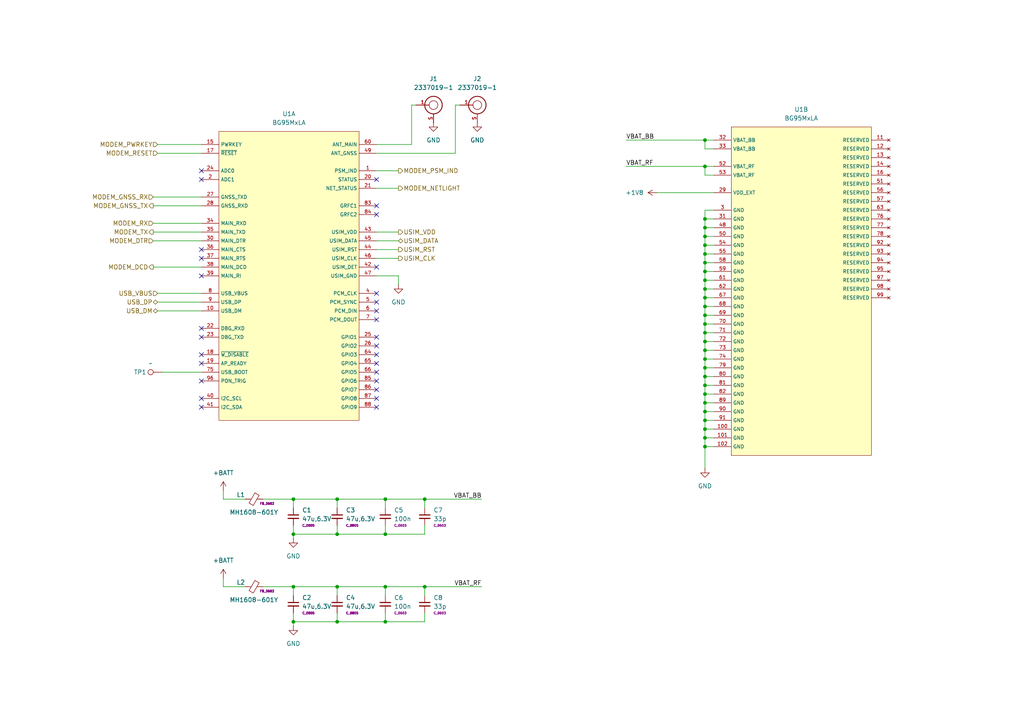
<source format=kicad_sch>
(kicad_sch (version 20250114) (generator "eeschema") (generator_version "9.0")
  (paper "A4")
  (title_block (title "Winglet BG95") (date "2025-06-03") (rev "v1.1") (company "TL Embedded"))
  (lib_symbols
    (symbol "+1V8_1" (power) (pin_numbers (hide yes)) (pin_names (offset 0) (hide yes))
      (property "Value" "+1V8" (at 0 3.556 0))
      (symbol "+1V8_1_0_1"
        (polyline (pts (xy -0.762 1.27) (xy 0 2.54)))
        (polyline (pts (xy 0 2.54) (xy 0.762 1.27)))
        (polyline (pts (xy 0 0) (xy 0 2.54)))
      )
      (symbol "+1V8_1_1_1"
        (pin power_in line (at 0 0 90) (length 0) (name "~") (number "1"))
      )
    )
    (symbol "+BATT_1" (power) (pin_numbers (hide yes)) (pin_names (offset 0) (hide yes))
      (property "Value" "+BATT" (at 0 3.556 0))
      (symbol "+BATT_1_0_1"
        (polyline (pts (xy -0.762 1.27) (xy 0 2.54)))
        (polyline (pts (xy 0 2.54) (xy 0.762 1.27)))
        (polyline (pts (xy 0 0) (xy 0 2.54)))
      )
      (symbol "+BATT_1_1_1"
        (pin power_in line (at 0 0 90) (length 0) (name "~") (number "1"))
      )
    )
    (symbol "C_Capacitor:C_0603" (pin_numbers (hide yes)) (pin_names (offset 1.016))
      (property "Reference" "C" (at 3.175 1.905 0))
      (property "Value" "100n" (at 5.08 0 0))
      (property "Size" "C_0603" (at 4.445 -1.905 0))
      (symbol "C_0603_1_1"
        (polyline (pts (xy -1.524 0.508) (xy 1.524 0.508)) (stroke (width 0.3048)))
        (polyline (pts (xy -1.524 -0.508) (xy 1.524 -0.508)) (stroke (width 0.3302)))
        (pin passive line (at 0 2.54 270) (length 2.032) (name "~") (number "1"))
        (pin passive line (at 0 -2.54 90) (length 2.032) (name "~") (number "2"))
      )
    )
    (symbol "C_Capacitor:C_0805" (pin_numbers (hide yes)) (pin_names (offset 1.016))
      (property "Reference" "C" (at 3.175 1.905 0))
      (property "Value" "100n" (at 5.08 0 0))
      (property "Size" "C_0805" (at 4.445 -1.905 0))
      (symbol "C_0805_1_1"
        (polyline (pts (xy -1.524 0.508) (xy 1.524 0.508)) (stroke (width 0.3048)))
        (polyline (pts (xy -1.524 -0.508) (xy 1.524 -0.508)) (stroke (width 0.3302)))
        (pin passive line (at 0 2.54 270) (length 2.032) (name "~") (number "1"))
        (pin passive line (at 0 -2.54 90) (length 2.032) (name "~") (number "2"))
      )
    )
    (symbol "GND_1" (power) (pin_numbers (hide yes)) (pin_names (offset 0) (hide yes))
      (property "Value" "GND" (at 0 -3.81 0))
      (symbol "GND_1_0_1"
        (polyline (pts (xy 0 0) (xy 0 -1.27) (xy 1.27 -1.27) (xy 0 -2.54) (xy -1.27 -1.27) (xy 0 -1.27)))
      )
      (symbol "GND_1_1_1"
        (pin power_in line (at 0 0 270) (length 0) (name "~") (number "1"))
      )
    )
    (symbol "J_Connector:2337019-1" (pin_names (hide yes))
      (property "Reference" "J" (at 0 6.35 0))
      (property "Value" "2337019-1" (at 0 3.81 0))
      (symbol "2337019-1_0_0"
        (circle (center 0 0) (radius 1.27))
        (circle (center 0 0) (radius 2.54) (stroke (width 0.254)))
      )
      (symbol "2337019-1_1_0"
        (pin passive line (at 0 -5.08 90) (length 2.54) (name "SHIELD") (number "S"))
        (pin passive line (at 5.08 0 180) (length 3.81) (name "SIGNAL") (number "1"))
      )
    )
    (symbol "L_Inductor:FB_0603" (pin_numbers (hide yes)) (pin_names (offset 1.016) (hide yes))
      (property "Reference" "L" (at 2.54 1.905 0))
      (property "Value" "600R" (at 4.445 0 0))
      (property "Size" "FB_0603" (at 4.445 -1.905 0))
      (symbol "FB_0603_0_1"
        (polyline (pts (xy -1.8288 0.2794) (xy -1.1176 1.4986) (xy 1.8288 -0.2032) (xy 1.1176 -1.4224) (xy -1.8288 0.2794)))
        (polyline (pts (xy 0 0.889) (xy 0 1.2954)))
        (polyline (pts (xy 0 -1.27) (xy 0 -0.7874)))
      )
      (symbol "FB_0603_1_1"
        (pin passive line (at 0 2.54 270) (length 1.27) (name "~") (number "1"))
        (pin passive line (at 0 -2.54 90) (length 1.27) (name "~") (number "2"))
      )
    )
    (symbol "TP_TestPoint:TestPoint_1mm" (pin_numbers (hide yes)) (pin_names (hide yes)) (in_bom no)
      (property "Reference" "TP" (at 0 5.08 0))
      (symbol "TestPoint_1mm_0_1"
        (circle (center 0 3.302) (radius 0.762))
      )
      (symbol "TestPoint_1mm_1_1"
        (pin passive line (at 0 0 90) (length 2.54) (name "1") (number "1"))
      )
    )
    (symbol "U_Transceiver:BG95MxLA"
      (property "Reference" "U" (at 1.27 85.09 0))
      (property "Value" "BG95MxLA" (at 20.32 -1.27 0))
      (symbol "BG95MxLA_1_0"
        (rectangle (start 0 83.82) (end 40.64 0) (stroke (width 0.127)) (fill (type background)))
        (pin input line (at -5.08 80.01 0) (length 5.08) (name "PWRKEY") (number "15"))
        (pin input line (at -5.08 77.47 0) (length 5.08) (name "~{RESET}") (number "17"))
        (pin input line (at -5.08 72.39 0) (length 5.08) (name "ADC0") (number "24"))
        (pin input line (at -5.08 69.85 0) (length 5.08) (name "ADC1") (number "2"))
        (pin output line (at -5.08 64.77 0) (length 5.08) (name "GNSS_TXD") (number "27"))
        (pin input line (at -5.08 62.23 0) (length 5.08) (name "GNSS_RXD") (number "28"))
        (pin input line (at -5.08 57.15 0) (length 5.08) (name "MAIN_RXD") (number "34"))
        (pin output line (at -5.08 54.61 0) (length 5.08) (name "MAIN_TXD") (number "35"))
        (pin input line (at -5.08 52.07 0) (length 5.08) (name "MAIN_DTR") (number "30"))
        (pin output line (at -5.08 49.53 0) (length 5.08) (name "MAIN_CTS") (number "36"))
        (pin input line (at -5.08 46.99 0) (length 5.08) (name "MAIN_RTS") (number "37"))
        (pin output line (at -5.08 44.45 0) (length 5.08) (name "MAIN_DCD") (number "38"))
        (pin output line (at -5.08 41.91 0) (length 5.08) (name "MAIN_RI") (number "39"))
        (pin input line (at -5.08 36.83 0) (length 5.08) (name "USB_VBUS") (number "8"))
        (pin bidirectional line (at -5.08 34.29 0) (length 5.08) (name "USB_DP") (number "9"))
        (pin bidirectional line (at -5.08 31.75 0) (length 5.08) (name "USB_DM") (number "10"))
        (pin input line (at -5.08 26.67 0) (length 5.08) (name "DBG_RXD") (number "22"))
        (pin output line (at -5.08 24.13 0) (length 5.08) (name "DBG_TXD") (number "23"))
        (pin input line (at -5.08 19.05 0) (length 5.08) (name "~{W_DISABLE}") (number "18"))
        (pin input line (at -5.08 16.51 0) (length 5.08) (name "AP_READY") (number "19"))
        (pin input line (at -5.08 13.97 0) (length 5.08) (name "USB_BOOT") (number "75"))
        (pin input line (at -5.08 11.43 0) (length 5.08) (name "PON_TRIG") (number "96"))
        (pin output line (at -5.08 6.35 0) (length 5.08) (name "I2C_SCL") (number "40"))
        (pin bidirectional line (at -5.08 3.81 0) (length 5.08) (name "I2C_SDA") (number "41"))
        (pin bidirectional line (at 45.72 80.01 180) (length 5.08) (name "ANT_MAIN") (number "60"))
        (pin input line (at 45.72 77.47 180) (length 5.08) (name "ANT_GNSS") (number "49"))
        (pin output line (at 45.72 72.39 180) (length 5.08) (name "PSM_IND") (number "1"))
        (pin output line (at 45.72 69.85 180) (length 5.08) (name "STATUS") (number "20"))
        (pin output line (at 45.72 67.31 180) (length 5.08) (name "NET_STATUS") (number "21"))
        (pin output line (at 45.72 62.23 180) (length 5.08) (name "GRFC1") (number "83"))
        (pin output line (at 45.72 59.69 180) (length 5.08) (name "GRFC2") (number "84"))
        (pin power_in line (at 45.72 54.61 180) (length 5.08) (name "USIM_VDD") (number "43"))
        (pin bidirectional line (at 45.72 52.07 180) (length 5.08) (name "USIM_DATA") (number "45"))
        (pin output line (at 45.72 49.53 180) (length 5.08) (name "USIM_RST") (number "44"))
        (pin output line (at 45.72 46.99 180) (length 5.08) (name "USIM_CLK") (number "46"))
        (pin input line (at 45.72 44.45 180) (length 5.08) (name "USIM_DET") (number "42"))
        (pin power_in line (at 45.72 41.91 180) (length 5.08) (name "USIM_GND") (number "47"))
        (pin output line (at 45.72 36.83 180) (length 5.08) (name "PCM_CLK") (number "4"))
        (pin output line (at 45.72 34.29 180) (length 5.08) (name "PCM_SYNC") (number "5"))
        (pin input line (at 45.72 31.75 180) (length 5.08) (name "PCM_DIN") (number "6"))
        (pin output line (at 45.72 29.21 180) (length 5.08) (name "PCM_DOUT") (number "7"))
        (pin bidirectional line (at 45.72 24.13 180) (length 5.08) (name "GPIO1") (number "25"))
        (pin bidirectional line (at 45.72 21.59 180) (length 5.08) (name "GPIO2") (number "26"))
        (pin bidirectional line (at 45.72 19.05 180) (length 5.08) (name "GPIO3") (number "64"))
        (pin bidirectional line (at 45.72 16.51 180) (length 5.08) (name "GPIO4") (number "65"))
        (pin bidirectional line (at 45.72 13.97 180) (length 5.08) (name "GPIO5") (number "66"))
        (pin bidirectional line (at 45.72 11.43 180) (length 5.08) (name "GPIO6") (number "85"))
        (pin bidirectional line (at 45.72 8.89 180) (length 5.08) (name "GPIO7") (number "86"))
        (pin bidirectional line (at 45.72 6.35 180) (length 5.08) (name "GPIO8") (number "87"))
        (pin bidirectional line (at 45.72 3.81 180) (length 5.08) (name "GPIO9") (number "88"))
      )
      (symbol "BG95MxLA_2_0"
        (rectangle (start 0 95.25) (end 40.64 0) (stroke (width 0.127)) (fill (type background)))
        (pin power_in line (at -5.08 91.44 0) (length 5.08) (name "VBAT_BB") (number "32"))
        (pin power_in line (at -5.08 88.9 0) (length 5.08) (name "VBAT_BB") (number "33"))
        (pin power_in line (at -5.08 83.82 0) (length 5.08) (name "VBAT_RF") (number "52"))
        (pin power_in line (at -5.08 81.28 0) (length 5.08) (name "VBAT_RF") (number "53"))
        (pin power_in line (at -5.08 76.2 0) (length 5.08) (name "VDD_EXT") (number "29"))
        (pin power_in line (at -5.08 71.12 0) (length 5.08) (name "GND") (number "3"))
        (pin power_in line (at -5.08 68.58 0) (length 5.08) (name "GND") (number "31"))
        (pin power_in line (at -5.08 66.04 0) (length 5.08) (name "GND") (number "48"))
        (pin power_in line (at -5.08 63.5 0) (length 5.08) (name "GND") (number "50"))
        (pin power_in line (at -5.08 60.96 0) (length 5.08) (name "GND") (number "54"))
        (pin power_in line (at -5.08 58.42 0) (length 5.08) (name "GND") (number "55"))
        (pin power_in line (at -5.08 55.88 0) (length 5.08) (name "GND") (number "58"))
        (pin power_in line (at -5.08 53.34 0) (length 5.08) (name "GND") (number "59"))
        (pin power_in line (at -5.08 50.8 0) (length 5.08) (name "GND") (number "61"))
        (pin power_in line (at -5.08 48.26 0) (length 5.08) (name "GND") (number "62"))
        (pin power_in line (at -5.08 45.72 0) (length 5.08) (name "GND") (number "67"))
        (pin power_in line (at -5.08 43.18 0) (length 5.08) (name "GND") (number "68"))
        (pin power_in line (at -5.08 40.64 0) (length 5.08) (name "GND") (number "69"))
        (pin power_in line (at -5.08 38.1 0) (length 5.08) (name "GND") (number "70"))
        (pin power_in line (at -5.08 35.56 0) (length 5.08) (name "GND") (number "71"))
        (pin power_in line (at -5.08 33.02 0) (length 5.08) (name "GND") (number "72"))
        (pin power_in line (at -5.08 30.48 0) (length 5.08) (name "GND") (number "73"))
        (pin power_in line (at -5.08 27.94 0) (length 5.08) (name "GND") (number "74"))
        (pin power_in line (at -5.08 25.4 0) (length 5.08) (name "GND") (number "79"))
        (pin power_in line (at -5.08 22.86 0) (length 5.08) (name "GND") (number "80"))
        (pin power_in line (at -5.08 20.32 0) (length 5.08) (name "GND") (number "81"))
        (pin power_in line (at -5.08 17.78 0) (length 5.08) (name "GND") (number "82"))
        (pin power_in line (at -5.08 15.24 0) (length 5.08) (name "GND") (number "89"))
        (pin power_in line (at -5.08 12.7 0) (length 5.08) (name "GND") (number "90"))
        (pin power_in line (at -5.08 10.16 0) (length 5.08) (name "GND") (number "91"))
        (pin power_in line (at -5.08 7.62 0) (length 5.08) (name "GND") (number "100"))
        (pin power_in line (at -5.08 5.08 0) (length 5.08) (name "GND") (number "101"))
        (pin power_in line (at -5.08 2.54 0) (length 5.08) (name "GND") (number "102"))
        (pin no_connect line (at 45.72 91.44 180) (length 5.08) (name "RESERVED") (number "11"))
        (pin no_connect line (at 45.72 88.9 180) (length 5.08) (name "RESERVED") (number "12"))
        (pin no_connect line (at 45.72 86.36 180) (length 5.08) (name "RESERVED") (number "13"))
        (pin no_connect line (at 45.72 83.82 180) (length 5.08) (name "RESERVED") (number "14"))
        (pin no_connect line (at 45.72 81.28 180) (length 5.08) (name "RESERVED") (number "16"))
        (pin no_connect line (at 45.72 78.74 180) (length 5.08) (name "RESERVED") (number "51"))
        (pin no_connect line (at 45.72 76.2 180) (length 5.08) (name "RESERVED") (number "56"))
        (pin no_connect line (at 45.72 73.66 180) (length 5.08) (name "RESERVED") (number "57"))
        (pin no_connect line (at 45.72 71.12 180) (length 5.08) (name "RESERVED") (number "63"))
        (pin no_connect line (at 45.72 68.58 180) (length 5.08) (name "RESERVED") (number "76"))
        (pin no_connect line (at 45.72 66.04 180) (length 5.08) (name "RESERVED") (number "77"))
        (pin no_connect line (at 45.72 63.5 180) (length 5.08) (name "RESERVED") (number "78"))
        (pin no_connect line (at 45.72 60.96 180) (length 5.08) (name "RESERVED") (number "92"))
        (pin no_connect line (at 45.72 58.42 180) (length 5.08) (name "RESERVED") (number "93"))
        (pin no_connect line (at 45.72 55.88 180) (length 5.08) (name "RESERVED") (number "94"))
        (pin no_connect line (at 45.72 53.34 180) (length 5.08) (name "RESERVED") (number "95"))
        (pin no_connect line (at 45.72 50.8 180) (length 5.08) (name "RESERVED") (number "97"))
        (pin no_connect line (at 45.72 48.26 180) (length 5.08) (name "RESERVED") (number "98"))
        (pin no_connect line (at 45.72 45.72 180) (length 5.08) (name "RESERVED") (number "99"))
      )
    )
  )
  (junction (at 204.47 83.82))
  (junction (at 204.47 68.58))
  (junction (at 97.79 144.78))
  (junction (at 204.47 71.12))
  (junction (at 85.09 170.18))
  (junction (at 204.47 88.9))
  (junction (at 123.19 144.78))
  (junction (at 204.47 114.3))
  (junction (at 204.47 99.06))
  (junction (at 97.79 180.34))
  (junction (at 204.47 66.04))
  (junction (at 204.47 119.38))
  (junction (at 204.47 40.64))
  (junction (at 204.47 63.5))
  (junction (at 204.47 104.14))
  (junction (at 204.47 86.36))
  (junction (at 204.47 127))
  (junction (at 204.47 93.98))
  (junction (at 85.09 180.34))
  (junction (at 123.19 170.18))
  (junction (at 204.47 81.28))
  (junction (at 204.47 109.22))
  (junction (at 204.47 76.2))
  (junction (at 204.47 129.54))
  (junction (at 204.47 73.66))
  (junction (at 204.47 116.84))
  (junction (at 97.79 170.18))
  (junction (at 111.76 170.18))
  (junction (at 204.47 121.92))
  (junction (at 111.76 144.78))
  (junction (at 204.47 91.44))
  (junction (at 204.47 96.52))
  (junction (at 85.09 154.94))
  (junction (at 111.76 180.34))
  (junction (at 204.47 78.74))
  (junction (at 204.47 124.46))
  (junction (at 111.76 154.94))
  (junction (at 204.47 101.6))
  (junction (at 97.79 154.94))
  (junction (at 85.09 144.78))
  (junction (at 204.47 111.76))
  (junction (at 204.47 48.26))
  (junction (at 204.47 106.68))
  (no_connect (at 58.42 115.57))
  (no_connect (at 109.22 87.63))
  (no_connect (at 58.42 52.07))
  (no_connect (at 109.22 77.47))
  (no_connect (at 58.42 95.25))
  (no_connect (at 58.42 49.53))
  (no_connect (at 109.22 105.41))
  (no_connect (at 58.42 80.01))
  (no_connect (at 109.22 118.11))
  (no_connect (at 109.22 115.57))
  (no_connect (at 109.22 113.03))
  (no_connect (at 109.22 102.87))
  (no_connect (at 58.42 97.79))
  (no_connect (at 109.22 85.09))
  (no_connect (at 58.42 74.93))
  (no_connect (at 109.22 110.49))
  (no_connect (at 58.42 110.49))
  (no_connect (at 109.22 92.71))
  (no_connect (at 58.42 72.39))
  (no_connect (at 58.42 105.41))
  (no_connect (at 109.22 97.79))
  (no_connect (at 109.22 62.23))
  (no_connect (at 109.22 59.69))
  (no_connect (at 109.22 90.17))
  (no_connect (at 109.22 107.95))
  (no_connect (at 109.22 100.33))
  (no_connect (at 58.42 102.87))
  (no_connect (at 58.42 118.11))
  (no_connect (at 109.22 52.07))
  (wire (pts (xy 111.76 144.78) (xy 123.19 144.78)))
  (wire (pts (xy 44.45 59.69) (xy 58.42 59.69)))
  (wire (pts (xy 181.61 48.26) (xy 204.47 48.26)))
  (wire (pts (xy 97.79 170.18) (xy 97.79 172.72)))
  (wire (pts (xy 109.22 69.85) (xy 115.57 69.85)))
  (wire (pts (xy 204.47 129.54) (xy 204.47 127)))
  (wire (pts (xy 204.47 93.98) (xy 207.01 93.98)))
  (wire (pts (xy 204.47 121.92) (xy 207.01 121.92)))
  (wire (pts (xy 204.47 86.36) (xy 207.01 86.36)))
  (wire (pts (xy 44.45 64.77) (xy 58.42 64.77)))
  (wire (pts (xy 204.47 68.58) (xy 204.47 66.04)))
  (wire (pts (xy 207.01 50.8) (xy 204.47 50.8)))
  (wire (pts (xy 111.76 177.8) (xy 111.76 180.34)))
  (wire (pts (xy 123.19 170.18) (xy 123.19 172.72)))
  (wire (pts (xy 204.47 76.2) (xy 207.01 76.2)))
  (wire (pts (xy 115.57 82.55) (xy 115.57 80.01)))
  (wire (pts (xy 204.47 71.12) (xy 204.47 68.58)))
  (wire (pts (xy 204.47 109.22) (xy 204.47 106.68)))
  (wire (pts (xy 85.09 170.18) (xy 97.79 170.18)))
  (wire (pts (xy 204.47 81.28) (xy 207.01 81.28)))
  (wire (pts (xy 204.47 83.82) (xy 207.01 83.82)))
  (wire (pts (xy 204.47 63.5) (xy 207.01 63.5)))
  (wire (pts (xy 204.47 111.76) (xy 207.01 111.76)))
  (wire (pts (xy 204.47 78.74) (xy 204.47 76.2)))
  (wire (pts (xy 97.79 144.78) (xy 111.76 144.78)))
  (wire (pts (xy 204.47 119.38) (xy 207.01 119.38)))
  (wire (pts (xy 97.79 177.8) (xy 97.79 180.34)))
  (wire (pts (xy 204.47 99.06) (xy 204.47 96.52)))
  (wire (pts (xy 204.47 50.8) (xy 204.47 48.26)))
  (wire (pts (xy 204.47 60.96) (xy 207.01 60.96)))
  (wire (pts (xy 64.77 144.78) (xy 71.12 144.78)))
  (wire (pts (xy 204.47 81.28) (xy 204.47 78.74)))
  (wire (pts (xy 204.47 106.68) (xy 207.01 106.68)))
  (wire (pts (xy 123.19 144.78) (xy 123.19 147.32)))
  (wire (pts (xy 97.79 144.78) (xy 97.79 147.32)))
  (wire (pts (xy 204.47 116.84) (xy 204.47 114.3)))
  (wire (pts (xy 85.09 180.34) (xy 85.09 181.61)))
  (wire (pts (xy 207.01 43.18) (xy 204.47 43.18)))
  (wire (pts (xy 46.99 107.95) (xy 58.42 107.95)))
  (wire (pts (xy 204.47 127) (xy 207.01 127)))
  (wire (pts (xy 97.79 180.34) (xy 85.09 180.34)))
  (wire (pts (xy 45.72 41.91) (xy 58.42 41.91)))
  (wire (pts (xy 204.47 106.68) (xy 204.47 104.14)))
  (wire (pts (xy 64.77 142.24) (xy 64.77 144.78)))
  (wire (pts (xy 119.38 30.48) (xy 119.38 41.91)))
  (wire (pts (xy 204.47 68.58) (xy 207.01 68.58)))
  (wire (pts (xy 97.79 152.4) (xy 97.79 154.94)))
  (wire (pts (xy 204.47 135.89) (xy 204.47 129.54)))
  (wire (pts (xy 204.47 93.98) (xy 204.47 91.44)))
  (wire (pts (xy 204.47 101.6) (xy 207.01 101.6)))
  (wire (pts (xy 204.47 78.74) (xy 207.01 78.74)))
  (wire (pts (xy 204.47 124.46) (xy 207.01 124.46)))
  (wire (pts (xy 97.79 170.18) (xy 111.76 170.18)))
  (wire (pts (xy 45.72 44.45) (xy 58.42 44.45)))
  (wire (pts (xy 204.47 83.82) (xy 204.47 81.28)))
  (wire (pts (xy 111.76 170.18) (xy 123.19 170.18)))
  (wire (pts (xy 204.47 109.22) (xy 207.01 109.22)))
  (wire (pts (xy 109.22 54.61) (xy 115.57 54.61)))
  (wire (pts (xy 204.47 66.04) (xy 207.01 66.04)))
  (wire (pts (xy 204.47 63.5) (xy 204.47 60.96)))
  (wire (pts (xy 85.09 144.78) (xy 85.09 147.32)))
  (wire (pts (xy 204.47 73.66) (xy 207.01 73.66)))
  (wire (pts (xy 111.76 152.4) (xy 111.76 154.94)))
  (wire (pts (xy 204.47 124.46) (xy 204.47 121.92)))
  (wire (pts (xy 123.19 170.18) (xy 139.7 170.18)))
  (wire (pts (xy 85.09 170.18) (xy 85.09 172.72)))
  (wire (pts (xy 123.19 152.4) (xy 123.19 154.94)))
  (wire (pts (xy 76.2 144.78) (xy 85.09 144.78)))
  (wire (pts (xy 97.79 180.34) (xy 111.76 180.34)))
  (wire (pts (xy 44.45 69.85) (xy 58.42 69.85)))
  (wire (pts (xy 204.47 127) (xy 204.47 124.46)))
  (wire (pts (xy 204.47 96.52) (xy 207.01 96.52)))
  (wire (pts (xy 85.09 152.4) (xy 85.09 154.94)))
  (wire (pts (xy 123.19 177.8) (xy 123.19 180.34)))
  (wire (pts (xy 204.47 116.84) (xy 207.01 116.84)))
  (wire (pts (xy 204.47 104.14) (xy 204.47 101.6)))
  (wire (pts (xy 109.22 74.93) (xy 115.57 74.93)))
  (wire (pts (xy 111.76 154.94) (xy 123.19 154.94)))
  (wire (pts (xy 204.47 66.04) (xy 204.47 63.5)))
  (wire (pts (xy 76.2 170.18) (xy 85.09 170.18)))
  (wire (pts (xy 109.22 67.31) (xy 115.57 67.31)))
  (wire (pts (xy 204.47 71.12) (xy 207.01 71.12)))
  (wire (pts (xy 109.22 49.53) (xy 115.57 49.53)))
  (wire (pts (xy 204.47 91.44) (xy 207.01 91.44)))
  (wire (pts (xy 204.47 99.06) (xy 207.01 99.06)))
  (wire (pts (xy 204.47 104.14) (xy 207.01 104.14)))
  (wire (pts (xy 204.47 48.26) (xy 207.01 48.26)))
  (wire (pts (xy 204.47 88.9) (xy 207.01 88.9)))
  (wire (pts (xy 111.76 144.78) (xy 111.76 147.32)))
  (wire (pts (xy 204.47 101.6) (xy 204.47 99.06)))
  (wire (pts (xy 190.5 55.88) (xy 207.01 55.88)))
  (wire (pts (xy 115.57 80.01) (xy 109.22 80.01)))
  (wire (pts (xy 45.72 85.09) (xy 58.42 85.09)))
  (wire (pts (xy 204.47 114.3) (xy 207.01 114.3)))
  (wire (pts (xy 204.47 119.38) (xy 204.47 116.84)))
  (wire (pts (xy 204.47 91.44) (xy 204.47 88.9)))
  (wire (pts (xy 204.47 96.52) (xy 204.47 93.98)))
  (wire (pts (xy 64.77 170.18) (xy 71.12 170.18)))
  (wire (pts (xy 204.47 76.2) (xy 204.47 73.66)))
  (wire (pts (xy 85.09 144.78) (xy 97.79 144.78)))
  (wire (pts (xy 132.08 44.45) (xy 109.22 44.45)))
  (wire (pts (xy 45.72 87.63) (xy 58.42 87.63)))
  (wire (pts (xy 181.61 40.64) (xy 204.47 40.64)))
  (wire (pts (xy 132.08 30.48) (xy 133.35 30.48)))
  (wire (pts (xy 119.38 41.91) (xy 109.22 41.91)))
  (wire (pts (xy 111.76 180.34) (xy 123.19 180.34)))
  (wire (pts (xy 204.47 121.92) (xy 204.47 119.38)))
  (wire (pts (xy 204.47 114.3) (xy 204.47 111.76)))
  (wire (pts (xy 85.09 177.8) (xy 85.09 180.34)))
  (wire (pts (xy 44.45 77.47) (xy 58.42 77.47)))
  (wire (pts (xy 204.47 43.18) (xy 204.47 40.64)))
  (wire (pts (xy 120.65 30.48) (xy 119.38 30.48)))
  (wire (pts (xy 204.47 88.9) (xy 204.47 86.36)))
  (wire (pts (xy 97.79 154.94) (xy 111.76 154.94)))
  (wire (pts (xy 204.47 111.76) (xy 204.47 109.22)))
  (wire (pts (xy 45.72 90.17) (xy 58.42 90.17)))
  (wire (pts (xy 97.79 154.94) (xy 85.09 154.94)))
  (wire (pts (xy 64.77 167.64) (xy 64.77 170.18)))
  (wire (pts (xy 204.47 40.64) (xy 207.01 40.64)))
  (wire (pts (xy 44.45 67.31) (xy 58.42 67.31)))
  (wire (pts (xy 204.47 86.36) (xy 204.47 83.82)))
  (wire (pts (xy 132.08 30.48) (xy 132.08 44.45)))
  (wire (pts (xy 85.09 154.94) (xy 85.09 156.21)))
  (wire (pts (xy 111.76 170.18) (xy 111.76 172.72)))
  (wire (pts (xy 204.47 73.66) (xy 204.47 71.12)))
  (wire (pts (xy 204.47 129.54) (xy 207.01 129.54)))
  (wire (pts (xy 109.22 72.39) (xy 115.57 72.39)))
  (wire (pts (xy 44.45 57.15) (xy 58.42 57.15)))
  (wire (pts (xy 123.19 144.78) (xy 139.7 144.78)))
  (label "VBAT_RF" (at 181.61 48.26 0))
  (label "VBAT_RF" (at 139.7 170.18 180))
  (label "VBAT_BB" (at 139.7 144.78 180))
  (label "VBAT_BB" (at 181.61 40.64 0))
  (hierarchical_label "MODEM_NETLIGHT" (shape output) (at 115.57 54.61 0))
  (hierarchical_label "USIM_VDD" (shape output) (at 115.57 67.31 0))
  (hierarchical_label "USB_DM" (shape bidirectional) (at 45.72 90.17 180))
  (hierarchical_label "MODEM_RESET" (shape input) (at 45.72 44.45 180))
  (hierarchical_label "MODEM_GNSS_TX" (shape output) (at 44.45 59.69 180))
  (hierarchical_label "USIM_CLK" (shape output) (at 115.57 74.93 0))
  (hierarchical_label "MODEM_RX" (shape input) (at 44.45 64.77 180))
  (hierarchical_label "MODEM_PSM_IND" (shape output) (at 115.57 49.53 0))
  (hierarchical_label "MODEM_DCD" (shape output) (at 44.45 77.47 180))
  (hierarchical_label "USIM_DATA" (shape bidirectional) (at 115.57 69.85 0))
  (hierarchical_label "USB_DP" (shape bidirectional) (at 45.72 87.63 180))
  (hierarchical_label "MODEM_TX" (shape output) (at 44.45 67.31 180))
  (hierarchical_label "MODEM_GNSS_RX" (shape input) (at 44.45 57.15 180))
  (hierarchical_label "MODEM_PWRKEY" (shape input) (at 45.72 41.91 180))
  (hierarchical_label "USIM_RST" (shape output) (at 115.57 72.39 0))
  (hierarchical_label "MODEM_DTR" (shape input) (at 44.45 69.85 180))
  (hierarchical_label "USB_VBUS" (shape input) (at 45.72 85.09 180))
  (symbol (lib_id "J_Connector:2337019-1") (at 125.73 30.48 0) (mirror y) (unit 1)
    (property "Reference" "J1" (at 125.73 22.86 0))
    (property "Value" "2337019-1" (at 125.73 25.4 0))
    (property "Footprint" "J_Connector:A-1JB" (effects (hide yes)))
    (property "Datasheet" "https://www.te.com/commerce/DocumentDelivery/DDEController?Action=showdoc&DocId=Specification+Or+Standard%7F108-140209%7FA%7Fpdf%7FEnglish%7FENG_SS_108-140209_A.pdf%7F2337019-1" (effects (hide yes)))
    (property "Description" "UMCC MICRO-COAX RECEPTACLE, GEN" (effects (hide yes)))
  )
  (symbol (lib_name "GND_1") (lib_id "power:GND") (at 125.73 35.56 0) (unit 1)
    (property "Reference" "#PWR014" (effects (hide yes)))
    (property "Value" "GND" (at 125.73 40.64 0))
    (property "Description" "Power symbol creates a global label with name \"GND\" , ground" (effects (hide yes)))
  )
  (symbol (lib_id "U_Transceiver:BG95MxLA") (at 212.09 132.08 0) (unit 2)
    (property "Reference" "U1" (at 232.41 31.75 0))
    (property "Value" "BG95MxLA" (at 232.41 34.29 0))
    (property "Footprint" "U_Module:BG95" (effects (hide yes)))
    (property "Datasheet" "https://www.quectel.com/wp-content/uploads/pdfupload/Quectel_BG95_Series_LPWA_Specification_V1.5.pdf" (effects (hide yes)))
  )
  (symbol (lib_name "GND_1") (lib_id "power:GND") (at 138.43 35.56 0) (unit 1)
    (property "Reference" "#PWR015" (effects (hide yes)))
    (property "Value" "GND" (at 138.43 40.64 0))
    (property "Description" "Power symbol creates a global label with name \"GND\" , ground" (effects (hide yes)))
  )
  (symbol (lib_id "TP_TestPoint:TestPoint_1mm") (at 46.99 107.95 90) (unit 1) (in_bom no)
    (property "Reference" "TP1" (at 40.64 107.95 90))
    (property "Value" "~" (at 43.688 105.41 90))
    (property "Footprint" "TP_TestPoint:TestPoint_1mm" (effects (hide yes)))
  )
  (symbol (lib_id "C_Capacitor:C_0603") (at 123.19 149.86 0) (unit 1)
    (property "Reference" "C7" (at 125.73 147.9612 0) (effects (justify left)))
    (property "Value" "33p" (at 125.73 150.5012 0) (effects (justify left)))
    (property "Footprint" "C_Capacitor:C_0603" (effects (hide yes)))
    (property "Size" "C_0603" (at 125.73 152.4063 0) (effects (font (size 0.635 0.635)) (justify left)))
  )
  (symbol (lib_name "+1V8_1") (lib_id "power:+1V8") (at 190.5 55.88 90) (unit 1)
    (property "Reference" "#PWR016" (effects (hide yes)))
    (property "Value" "+1V8" (at 186.69 55.8799 90) (effects (justify left)))
    (property "Description" "Power symbol creates a global label with name \"+1V8\"" (effects (hide yes)))
  )
  (symbol (lib_name "GND_1") (lib_id "power:GND") (at 85.09 156.21 0) (unit 1)
    (property "Reference" "#PWR011" (effects (hide yes)))
    (property "Value" "GND" (at 85.09 161.29 0))
    (property "Description" "Power symbol creates a global label with name \"GND\" , ground" (effects (hide yes)))
  )
  (symbol (lib_name "GND_1") (lib_id "power:GND") (at 204.47 135.89 0) (unit 1)
    (property "Reference" "#PWR017" (effects (hide yes)))
    (property "Value" "GND" (at 204.47 140.97 0))
    (property "Description" "Power symbol creates a global label with name \"GND\" , ground" (effects (hide yes)))
  )
  (symbol (lib_id "C_Capacitor:C_0603") (at 111.76 149.86 0) (unit 1)
    (property "Reference" "C5" (at 114.3 147.9613 0) (effects (justify left)))
    (property "Value" "100n" (at 114.3 150.5013 0) (effects (justify left)))
    (property "Footprint" "C_Capacitor:C_0603" (effects (hide yes)))
    (property "Size" "C_0603" (at 114.3 152.4063 0) (effects (font (size 0.635 0.635)) (justify left)))
    (instances (project "Winglet-BG95" (path "" (reference "C5") (unit 1))) (project "Cicada-HW" (path "" (reference "C?") (unit 1))))
  )
  (symbol (lib_id "L_Inductor:FB_0603") (at 73.66 170.18 270) (unit 1)
    (property "Reference" "L2" (at 69.85 168.91 90))
    (property "Value" "MH1608-601Y" (at 73.66 173.99 90))
    (property "Footprint" "L_Inductor:FB_0603" (effects (hide yes)))
    (property "Size" "FB_0603" (at 77.47 171.45 90) (effects (font (size 0.635 0.635))))
    (instances (project "Winglet-BG95" (path "" (reference "L2") (unit 1))) (project "Cicada-HW" (path "" (reference "L?") (unit 1))))
  )
  (symbol (lib_id "C_Capacitor:C_0805") (at 85.09 175.26 0) (unit 1)
    (property "Reference" "C2" (at 87.63 173.3613 0) (effects (justify left)))
    (property "Value" "47u,6.3V" (at 87.63 175.9013 0) (effects (justify left)))
    (property "Footprint" "C_Capacitor:C_0805" (effects (hide yes)))
    (property "Size" "C_0805" (at 87.63 177.8063 0) (effects (font (size 0.635 0.635)) (justify left)))
    (instances (project "Winglet-BG95" (path "" (reference "C2") (unit 1))) (project "Cicada-HW" (path "" (reference "C?") (unit 1))))
  )
  (symbol (lib_name "+BATT_1") (lib_id "power:+BATT") (at 64.77 142.24 0) (unit 1)
    (property "Reference" "#PWR09" (effects (hide yes)))
    (property "Value" "+BATT" (at 64.77 137.16 0))
    (property "Description" "Power symbol creates a global label with name \"+BATT\"" (effects (hide yes)))
  )
  (symbol (lib_id "C_Capacitor:C_0805") (at 97.79 149.86 0) (unit 1)
    (property "Reference" "C3" (at 100.33 147.9613 0) (effects (justify left)))
    (property "Value" "47u,6.3V" (at 100.33 150.5013 0) (effects (justify left)))
    (property "Footprint" "C_Capacitor:C_0805" (effects (hide yes)))
    (property "Size" "C_0805" (at 100.33 152.4063 0) (effects (font (size 0.635 0.635)) (justify left)))
    (instances (project "Winglet-BG95" (path "" (reference "C3") (unit 1))) (project "Cicada-HW" (path "" (reference "C?") (unit 1))))
  )
  (symbol (lib_id "C_Capacitor:C_0603") (at 123.19 175.26 0) (unit 1)
    (property "Reference" "C8" (at 125.73 173.3612 0) (effects (justify left)))
    (property "Value" "33p" (at 125.73 175.9012 0) (effects (justify left)))
    (property "Footprint" "C_Capacitor:C_0603" (effects (hide yes)))
    (property "Size" "C_0603" (at 125.73 177.8063 0) (effects (font (size 0.635 0.635)) (justify left)))
  )
  (symbol (lib_id "C_Capacitor:C_0805") (at 97.79 175.26 0) (unit 1)
    (property "Reference" "C4" (at 100.33 173.3613 0) (effects (justify left)))
    (property "Value" "47u,6.3V" (at 100.33 175.9013 0) (effects (justify left)))
    (property "Footprint" "C_Capacitor:C_0805" (effects (hide yes)))
    (property "Size" "C_0805" (at 100.33 177.8063 0) (effects (font (size 0.635 0.635)) (justify left)))
    (instances (project "Winglet-BG95" (path "" (reference "C4") (unit 1))) (project "Cicada-HW" (path "" (reference "C?") (unit 1))))
  )
  (symbol (lib_name "GND_1") (lib_id "power:GND") (at 85.09 181.61 0) (unit 1)
    (property "Reference" "#PWR012" (effects (hide yes)))
    (property "Value" "GND" (at 85.09 186.69 0))
    (property "Description" "Power symbol creates a global label with name \"GND\" , ground" (effects (hide yes)))
  )
  (symbol (lib_id "C_Capacitor:C_0805") (at 85.09 149.86 0) (unit 1)
    (property "Reference" "C1" (at 87.63 147.9613 0) (effects (justify left)))
    (property "Value" "47u,6.3V" (at 87.63 150.5013 0) (effects (justify left)))
    (property "Footprint" "C_Capacitor:C_0805" (effects (hide yes)))
    (property "Size" "C_0805" (at 87.63 152.4063 0) (effects (font (size 0.635 0.635)) (justify left)))
    (instances (project "Winglet-BG95" (path "" (reference "C1") (unit 1))) (project "Cicada-HW" (path "" (reference "C?") (unit 1))))
  )
  (symbol (lib_name "GND_1") (lib_id "power:GND") (at 115.57 82.55 0) (unit 1)
    (property "Reference" "#PWR013" (effects (hide yes)))
    (property "Value" "GND" (at 115.57 87.63 0))
    (property "Description" "Power symbol creates a global label with name \"GND\" , ground" (effects (hide yes)))
  )
  (symbol (lib_id "J_Connector:2337019-1") (at 138.43 30.48 0) (mirror y) (unit 1)
    (property "Reference" "J2" (at 138.43 22.86 0))
    (property "Value" "2337019-1" (at 138.43 25.4 0))
    (property "Footprint" "J_Connector:A-1JB" (effects (hide yes)))
    (property "Datasheet" "https://www.te.com/commerce/DocumentDelivery/DDEController?Action=showdoc&DocId=Specification+Or+Standard%7F108-140209%7FA%7Fpdf%7FEnglish%7FENG_SS_108-140209_A.pdf%7F2337019-1" (effects (hide yes)))
    (property "Description" "UMCC MICRO-COAX RECEPTACLE, GEN" (effects (hide yes)))
  )
  (symbol (lib_name "+BATT_1") (lib_id "power:+BATT") (at 64.77 167.64 0) (unit 1)
    (property "Reference" "#PWR010" (effects (hide yes)))
    (property "Value" "+BATT" (at 64.77 162.56 0))
    (property "Description" "Power symbol creates a global label with name \"+BATT\"" (effects (hide yes)))
  )
  (symbol (lib_id "C_Capacitor:C_0603") (at 111.76 175.26 0) (unit 1)
    (property "Reference" "C6" (at 114.3 173.3613 0) (effects (justify left)))
    (property "Value" "100n" (at 114.3 175.9013 0) (effects (justify left)))
    (property "Footprint" "C_Capacitor:C_0603" (effects (hide yes)))
    (property "Size" "C_0603" (at 114.3 177.8063 0) (effects (font (size 0.635 0.635)) (justify left)))
    (instances (project "Winglet-BG95" (path "" (reference "C6") (unit 1))) (project "Cicada-HW" (path "" (reference "C?") (unit 1))))
  )
  (symbol (lib_id "L_Inductor:FB_0603") (at 73.66 144.78 270) (unit 1)
    (property "Reference" "L1" (at 69.85 143.51 90))
    (property "Value" "MH1608-601Y" (at 73.66 148.59 90))
    (property "Footprint" "L_Inductor:FB_0603" (effects (hide yes)))
    (property "Size" "FB_0603" (at 77.47 146.05 90) (effects (font (size 0.635 0.635))))
    (instances (project "Winglet-BG95" (path "" (reference "L1") (unit 1))) (project "Cicada-HW" (path "" (reference "L?") (unit 1))))
  )
  (symbol (lib_id "U_Transceiver:BG95MxLA") (at 63.5 121.92 0) (unit 1)
    (property "Reference" "U1" (at 83.82 33.02 0))
    (property "Value" "BG95MxLA" (at 83.82 35.56 0))
    (property "Footprint" "U_Module:BG95" (effects (hide yes)))
    (property "Datasheet" "https://www.quectel.com/wp-content/uploads/pdfupload/Quectel_BG95_Series_LPWA_Specification_V1.5.pdf" (effects (hide yes)))
  )
)
</source>
